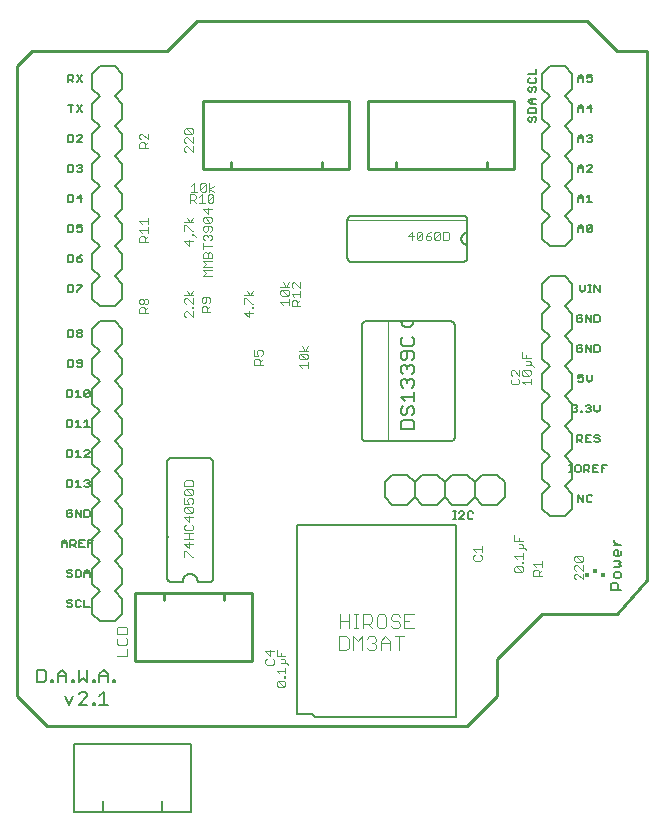
<source format=gto>
G75*
%MOIN*%
%OFA0B0*%
%FSLAX25Y25*%
%IPPOS*%
%LPD*%
%AMOC8*
5,1,8,0,0,1.08239X$1,22.5*
%
%ADD10C,0.01000*%
%ADD11C,0.00600*%
%ADD12C,0.00800*%
%ADD13C,0.00300*%
%ADD14C,0.00200*%
%ADD15C,0.00500*%
%ADD16R,0.01280X0.01673*%
%ADD17R,0.01378X0.01378*%
%ADD18C,0.00400*%
D10*
X0015000Y0062524D02*
X0005000Y0072524D01*
X0005000Y0282524D01*
X0010000Y0287524D01*
X0055000Y0287524D01*
X0065000Y0297524D01*
X0195000Y0297524D01*
X0205000Y0287524D01*
X0215000Y0287524D01*
X0215000Y0111274D01*
X0205000Y0100024D01*
X0180000Y0100024D01*
X0165000Y0085024D01*
X0165000Y0072524D01*
X0155000Y0062524D01*
X0015000Y0062524D01*
X0044262Y0084167D02*
X0083238Y0084167D01*
X0083238Y0106805D01*
X0044262Y0106805D01*
X0044262Y0084167D01*
X0053907Y0104610D02*
X0053907Y0106579D01*
X0055000Y0125524D02*
X0055000Y0125774D01*
X0073986Y0106579D02*
X0073986Y0104610D01*
X0066841Y0248242D02*
X0115659Y0248242D01*
X0115659Y0270880D01*
X0066841Y0270880D01*
X0066841Y0248242D01*
X0076289Y0248469D02*
X0076289Y0250437D01*
X0106604Y0250437D02*
X0106604Y0248469D01*
X0121841Y0248242D02*
X0121841Y0270880D01*
X0170659Y0270880D01*
X0170659Y0248242D01*
X0121841Y0248242D01*
X0131289Y0248469D02*
X0131289Y0250437D01*
X0161604Y0250437D02*
X0161604Y0248469D01*
D11*
X0153500Y0232724D02*
X0116500Y0232724D01*
X0116424Y0232722D01*
X0116348Y0232716D01*
X0116273Y0232707D01*
X0116198Y0232693D01*
X0116124Y0232676D01*
X0116051Y0232655D01*
X0115979Y0232631D01*
X0115908Y0232602D01*
X0115839Y0232571D01*
X0115772Y0232536D01*
X0115707Y0232497D01*
X0115643Y0232455D01*
X0115582Y0232410D01*
X0115523Y0232362D01*
X0115467Y0232311D01*
X0115413Y0232257D01*
X0115362Y0232201D01*
X0115314Y0232142D01*
X0115269Y0232081D01*
X0115227Y0232017D01*
X0115188Y0231952D01*
X0115153Y0231885D01*
X0115122Y0231816D01*
X0115093Y0231745D01*
X0115069Y0231673D01*
X0115048Y0231600D01*
X0115031Y0231526D01*
X0115017Y0231451D01*
X0115008Y0231376D01*
X0115002Y0231300D01*
X0115000Y0231224D01*
X0115000Y0218824D01*
X0115002Y0218748D01*
X0115008Y0218672D01*
X0115017Y0218597D01*
X0115031Y0218522D01*
X0115048Y0218448D01*
X0115069Y0218375D01*
X0115093Y0218303D01*
X0115122Y0218232D01*
X0115153Y0218163D01*
X0115188Y0218096D01*
X0115227Y0218031D01*
X0115269Y0217967D01*
X0115314Y0217906D01*
X0115362Y0217847D01*
X0115413Y0217791D01*
X0115467Y0217737D01*
X0115523Y0217686D01*
X0115582Y0217638D01*
X0115643Y0217593D01*
X0115707Y0217551D01*
X0115772Y0217512D01*
X0115839Y0217477D01*
X0115908Y0217446D01*
X0115979Y0217417D01*
X0116051Y0217393D01*
X0116124Y0217372D01*
X0116198Y0217355D01*
X0116273Y0217341D01*
X0116348Y0217332D01*
X0116424Y0217326D01*
X0116500Y0217324D01*
X0153500Y0217324D01*
X0153576Y0217326D01*
X0153652Y0217332D01*
X0153727Y0217341D01*
X0153802Y0217355D01*
X0153876Y0217372D01*
X0153949Y0217393D01*
X0154021Y0217417D01*
X0154092Y0217446D01*
X0154161Y0217477D01*
X0154228Y0217512D01*
X0154293Y0217551D01*
X0154357Y0217593D01*
X0154418Y0217638D01*
X0154477Y0217686D01*
X0154533Y0217737D01*
X0154587Y0217791D01*
X0154638Y0217847D01*
X0154686Y0217906D01*
X0154731Y0217967D01*
X0154773Y0218031D01*
X0154812Y0218096D01*
X0154847Y0218163D01*
X0154878Y0218232D01*
X0154907Y0218303D01*
X0154931Y0218375D01*
X0154952Y0218448D01*
X0154969Y0218522D01*
X0154983Y0218597D01*
X0154992Y0218672D01*
X0154998Y0218748D01*
X0155000Y0218824D01*
X0155000Y0223024D01*
X0155000Y0227024D01*
X0155000Y0231224D01*
X0154998Y0231300D01*
X0154992Y0231376D01*
X0154983Y0231451D01*
X0154969Y0231526D01*
X0154952Y0231600D01*
X0154931Y0231673D01*
X0154907Y0231745D01*
X0154878Y0231816D01*
X0154847Y0231885D01*
X0154812Y0231952D01*
X0154773Y0232017D01*
X0154731Y0232081D01*
X0154686Y0232142D01*
X0154638Y0232201D01*
X0154587Y0232257D01*
X0154533Y0232311D01*
X0154477Y0232362D01*
X0154418Y0232410D01*
X0154357Y0232455D01*
X0154293Y0232497D01*
X0154228Y0232536D01*
X0154161Y0232571D01*
X0154092Y0232602D01*
X0154021Y0232631D01*
X0153949Y0232655D01*
X0153876Y0232676D01*
X0153802Y0232693D01*
X0153727Y0232707D01*
X0153652Y0232716D01*
X0153576Y0232722D01*
X0153500Y0232724D01*
X0155000Y0227024D02*
X0154912Y0227022D01*
X0154823Y0227016D01*
X0154735Y0227006D01*
X0154648Y0226993D01*
X0154561Y0226975D01*
X0154475Y0226954D01*
X0154390Y0226929D01*
X0154307Y0226900D01*
X0154224Y0226867D01*
X0154144Y0226831D01*
X0154065Y0226792D01*
X0153987Y0226749D01*
X0153912Y0226702D01*
X0153839Y0226652D01*
X0153768Y0226599D01*
X0153699Y0226543D01*
X0153633Y0226484D01*
X0153570Y0226422D01*
X0153510Y0226358D01*
X0153452Y0226291D01*
X0153398Y0226221D01*
X0153346Y0226149D01*
X0153298Y0226075D01*
X0153253Y0225998D01*
X0153212Y0225920D01*
X0153174Y0225840D01*
X0153140Y0225759D01*
X0153109Y0225676D01*
X0153082Y0225591D01*
X0153059Y0225506D01*
X0153040Y0225420D01*
X0153024Y0225332D01*
X0153012Y0225245D01*
X0153004Y0225157D01*
X0153000Y0225068D01*
X0153000Y0224980D01*
X0153004Y0224891D01*
X0153012Y0224803D01*
X0153024Y0224716D01*
X0153040Y0224628D01*
X0153059Y0224542D01*
X0153082Y0224457D01*
X0153109Y0224372D01*
X0153140Y0224289D01*
X0153174Y0224208D01*
X0153212Y0224128D01*
X0153253Y0224050D01*
X0153298Y0223973D01*
X0153346Y0223899D01*
X0153398Y0223827D01*
X0153452Y0223757D01*
X0153510Y0223690D01*
X0153570Y0223626D01*
X0153633Y0223564D01*
X0153699Y0223505D01*
X0153768Y0223449D01*
X0153839Y0223396D01*
X0153912Y0223346D01*
X0153987Y0223299D01*
X0154065Y0223256D01*
X0154144Y0223217D01*
X0154224Y0223181D01*
X0154307Y0223148D01*
X0154390Y0223119D01*
X0154475Y0223094D01*
X0154561Y0223073D01*
X0154648Y0223055D01*
X0154735Y0223042D01*
X0154823Y0223032D01*
X0154912Y0223026D01*
X0155000Y0223024D01*
X0149325Y0197524D02*
X0137000Y0197524D01*
X0133000Y0197524D01*
X0121300Y0197524D01*
X0121224Y0197522D01*
X0121148Y0197516D01*
X0121073Y0197507D01*
X0120998Y0197493D01*
X0120924Y0197476D01*
X0120851Y0197455D01*
X0120779Y0197431D01*
X0120708Y0197402D01*
X0120639Y0197371D01*
X0120572Y0197336D01*
X0120507Y0197297D01*
X0120443Y0197255D01*
X0120382Y0197210D01*
X0120323Y0197162D01*
X0120267Y0197111D01*
X0120213Y0197057D01*
X0120162Y0197001D01*
X0120114Y0196942D01*
X0120069Y0196881D01*
X0120027Y0196817D01*
X0119988Y0196752D01*
X0119953Y0196685D01*
X0119922Y0196616D01*
X0119893Y0196545D01*
X0119869Y0196473D01*
X0119848Y0196400D01*
X0119831Y0196326D01*
X0119817Y0196251D01*
X0119808Y0196176D01*
X0119802Y0196100D01*
X0119800Y0196024D01*
X0119800Y0159024D01*
X0119802Y0158948D01*
X0119808Y0158872D01*
X0119817Y0158797D01*
X0119831Y0158722D01*
X0119848Y0158648D01*
X0119869Y0158575D01*
X0119893Y0158503D01*
X0119922Y0158432D01*
X0119953Y0158363D01*
X0119988Y0158296D01*
X0120027Y0158231D01*
X0120069Y0158167D01*
X0120114Y0158106D01*
X0120162Y0158047D01*
X0120213Y0157991D01*
X0120267Y0157937D01*
X0120323Y0157886D01*
X0120382Y0157838D01*
X0120443Y0157793D01*
X0120507Y0157751D01*
X0120572Y0157712D01*
X0120639Y0157677D01*
X0120708Y0157646D01*
X0120779Y0157617D01*
X0120851Y0157593D01*
X0120924Y0157572D01*
X0120998Y0157555D01*
X0121073Y0157541D01*
X0121148Y0157532D01*
X0121224Y0157526D01*
X0121300Y0157524D01*
X0149325Y0157524D01*
X0149401Y0157526D01*
X0149477Y0157532D01*
X0149552Y0157541D01*
X0149627Y0157555D01*
X0149701Y0157572D01*
X0149774Y0157593D01*
X0149846Y0157617D01*
X0149917Y0157646D01*
X0149986Y0157677D01*
X0150053Y0157712D01*
X0150118Y0157751D01*
X0150182Y0157793D01*
X0150243Y0157838D01*
X0150302Y0157886D01*
X0150358Y0157937D01*
X0150412Y0157991D01*
X0150463Y0158047D01*
X0150511Y0158106D01*
X0150556Y0158167D01*
X0150598Y0158231D01*
X0150637Y0158296D01*
X0150672Y0158363D01*
X0150703Y0158432D01*
X0150732Y0158503D01*
X0150756Y0158575D01*
X0150777Y0158648D01*
X0150794Y0158722D01*
X0150808Y0158797D01*
X0150817Y0158872D01*
X0150823Y0158948D01*
X0150825Y0159024D01*
X0150825Y0196024D01*
X0150823Y0196100D01*
X0150817Y0196176D01*
X0150808Y0196251D01*
X0150794Y0196326D01*
X0150777Y0196400D01*
X0150756Y0196473D01*
X0150732Y0196545D01*
X0150703Y0196616D01*
X0150672Y0196685D01*
X0150637Y0196752D01*
X0150598Y0196817D01*
X0150556Y0196881D01*
X0150511Y0196942D01*
X0150463Y0197001D01*
X0150412Y0197057D01*
X0150358Y0197111D01*
X0150302Y0197162D01*
X0150243Y0197210D01*
X0150182Y0197255D01*
X0150118Y0197297D01*
X0150053Y0197336D01*
X0149986Y0197371D01*
X0149917Y0197402D01*
X0149846Y0197431D01*
X0149774Y0197455D01*
X0149701Y0197476D01*
X0149627Y0197493D01*
X0149552Y0197507D01*
X0149477Y0197516D01*
X0149401Y0197522D01*
X0149325Y0197524D01*
X0137000Y0197524D02*
X0136998Y0197436D01*
X0136992Y0197347D01*
X0136982Y0197259D01*
X0136969Y0197172D01*
X0136951Y0197085D01*
X0136930Y0196999D01*
X0136905Y0196914D01*
X0136876Y0196831D01*
X0136843Y0196748D01*
X0136807Y0196668D01*
X0136768Y0196589D01*
X0136725Y0196511D01*
X0136678Y0196436D01*
X0136628Y0196363D01*
X0136575Y0196292D01*
X0136519Y0196223D01*
X0136460Y0196157D01*
X0136398Y0196094D01*
X0136334Y0196034D01*
X0136267Y0195976D01*
X0136197Y0195922D01*
X0136125Y0195870D01*
X0136051Y0195822D01*
X0135974Y0195777D01*
X0135896Y0195736D01*
X0135816Y0195698D01*
X0135735Y0195664D01*
X0135652Y0195633D01*
X0135567Y0195606D01*
X0135482Y0195583D01*
X0135396Y0195564D01*
X0135308Y0195548D01*
X0135221Y0195536D01*
X0135133Y0195528D01*
X0135044Y0195524D01*
X0134956Y0195524D01*
X0134867Y0195528D01*
X0134779Y0195536D01*
X0134692Y0195548D01*
X0134604Y0195564D01*
X0134518Y0195583D01*
X0134433Y0195606D01*
X0134348Y0195633D01*
X0134265Y0195664D01*
X0134184Y0195698D01*
X0134104Y0195736D01*
X0134026Y0195777D01*
X0133949Y0195822D01*
X0133875Y0195870D01*
X0133803Y0195922D01*
X0133733Y0195976D01*
X0133666Y0196034D01*
X0133602Y0196094D01*
X0133540Y0196157D01*
X0133481Y0196223D01*
X0133425Y0196292D01*
X0133372Y0196363D01*
X0133322Y0196436D01*
X0133275Y0196511D01*
X0133232Y0196589D01*
X0133193Y0196668D01*
X0133157Y0196748D01*
X0133124Y0196831D01*
X0133095Y0196914D01*
X0133070Y0196999D01*
X0133049Y0197085D01*
X0133031Y0197172D01*
X0133018Y0197259D01*
X0133008Y0197347D01*
X0133002Y0197436D01*
X0133000Y0197524D01*
X0135000Y0146274D02*
X0130000Y0146274D01*
X0127500Y0143774D01*
X0127500Y0138774D01*
X0130000Y0136274D01*
X0135000Y0136274D01*
X0137500Y0138774D01*
X0140000Y0136274D01*
X0145000Y0136274D01*
X0147500Y0138774D01*
X0147500Y0143774D01*
X0145000Y0146274D01*
X0140000Y0146274D01*
X0137500Y0143774D01*
X0137500Y0138774D01*
X0137500Y0143774D02*
X0135000Y0146274D01*
X0147500Y0143774D02*
X0150000Y0146274D01*
X0155000Y0146274D01*
X0157500Y0143774D01*
X0160000Y0146274D01*
X0165000Y0146274D01*
X0167500Y0143774D01*
X0167500Y0138774D01*
X0165000Y0136274D01*
X0160000Y0136274D01*
X0157500Y0138774D01*
X0155000Y0136274D01*
X0150000Y0136274D01*
X0147500Y0138774D01*
X0150300Y0134176D02*
X0151167Y0134176D01*
X0150734Y0134176D02*
X0150734Y0131574D01*
X0151167Y0131574D02*
X0150300Y0131574D01*
X0152264Y0131574D02*
X0153999Y0133308D01*
X0153999Y0133742D01*
X0153565Y0134176D01*
X0152698Y0134176D01*
X0152264Y0133742D01*
X0152264Y0131574D02*
X0153999Y0131574D01*
X0155211Y0132007D02*
X0155645Y0131574D01*
X0156512Y0131574D01*
X0156946Y0132007D01*
X0156946Y0133742D02*
X0156512Y0134176D01*
X0155645Y0134176D01*
X0155211Y0133742D01*
X0155211Y0132007D01*
X0157500Y0138774D02*
X0157500Y0143774D01*
X0189050Y0147124D02*
X0189917Y0147124D01*
X0189483Y0147124D02*
X0189483Y0149726D01*
X0189050Y0149726D02*
X0189917Y0149726D01*
X0191014Y0149292D02*
X0191014Y0147557D01*
X0191448Y0147124D01*
X0192315Y0147124D01*
X0192749Y0147557D01*
X0192749Y0149292D01*
X0192315Y0149726D01*
X0191448Y0149726D01*
X0191014Y0149292D01*
X0193960Y0149726D02*
X0195262Y0149726D01*
X0195695Y0149292D01*
X0195695Y0148425D01*
X0195262Y0147991D01*
X0193960Y0147991D01*
X0193960Y0147124D02*
X0193960Y0149726D01*
X0194828Y0147991D02*
X0195695Y0147124D01*
X0196907Y0147124D02*
X0198642Y0147124D01*
X0199853Y0147124D02*
X0199853Y0149726D01*
X0201588Y0149726D01*
X0200721Y0148425D02*
X0199853Y0148425D01*
X0198642Y0149726D02*
X0196907Y0149726D01*
X0196907Y0147124D01*
X0196907Y0148425D02*
X0197774Y0148425D01*
X0197787Y0157124D02*
X0197353Y0157557D01*
X0197787Y0157124D02*
X0198655Y0157124D01*
X0199088Y0157557D01*
X0199088Y0157991D01*
X0198655Y0158425D01*
X0197787Y0158425D01*
X0197353Y0158858D01*
X0197353Y0159292D01*
X0197787Y0159726D01*
X0198655Y0159726D01*
X0199088Y0159292D01*
X0196142Y0159726D02*
X0194407Y0159726D01*
X0194407Y0157124D01*
X0196142Y0157124D01*
X0195274Y0158425D02*
X0194407Y0158425D01*
X0193195Y0158425D02*
X0192762Y0157991D01*
X0191460Y0157991D01*
X0191460Y0157124D02*
X0191460Y0159726D01*
X0192762Y0159726D01*
X0193195Y0159292D01*
X0193195Y0158425D01*
X0192328Y0157991D02*
X0193195Y0157124D01*
X0193367Y0167124D02*
X0192934Y0167124D01*
X0192934Y0167557D01*
X0193367Y0167557D01*
X0193367Y0167124D01*
X0194407Y0167557D02*
X0194841Y0167124D01*
X0195708Y0167124D01*
X0196142Y0167557D01*
X0196142Y0167991D01*
X0195708Y0168425D01*
X0195274Y0168425D01*
X0195708Y0168425D02*
X0196142Y0168858D01*
X0196142Y0169292D01*
X0195708Y0169726D01*
X0194841Y0169726D01*
X0194407Y0169292D01*
X0191722Y0169292D02*
X0191722Y0168858D01*
X0191288Y0168425D01*
X0191722Y0167991D01*
X0191722Y0167557D01*
X0191288Y0167124D01*
X0190421Y0167124D01*
X0189987Y0167557D01*
X0190855Y0168425D02*
X0191288Y0168425D01*
X0191722Y0169292D02*
X0191288Y0169726D01*
X0190421Y0169726D01*
X0189987Y0169292D01*
X0192341Y0177124D02*
X0191907Y0177557D01*
X0192341Y0177124D02*
X0193208Y0177124D01*
X0193642Y0177557D01*
X0193642Y0178425D01*
X0193208Y0178858D01*
X0192774Y0178858D01*
X0191907Y0178425D01*
X0191907Y0179726D01*
X0193642Y0179726D01*
X0194853Y0179726D02*
X0194853Y0177991D01*
X0195721Y0177124D01*
X0196588Y0177991D01*
X0196588Y0179726D01*
X0196142Y0187124D02*
X0196142Y0189726D01*
X0197353Y0189726D02*
X0197353Y0187124D01*
X0198655Y0187124D01*
X0199088Y0187557D01*
X0199088Y0189292D01*
X0198655Y0189726D01*
X0197353Y0189726D01*
X0196142Y0187124D02*
X0194407Y0189726D01*
X0194407Y0187124D01*
X0193195Y0187557D02*
X0193195Y0188425D01*
X0192328Y0188425D01*
X0193195Y0189292D02*
X0192762Y0189726D01*
X0191894Y0189726D01*
X0191460Y0189292D01*
X0191460Y0187557D01*
X0191894Y0187124D01*
X0192762Y0187124D01*
X0193195Y0187557D01*
X0192762Y0197124D02*
X0191894Y0197124D01*
X0191460Y0197557D01*
X0191460Y0199292D01*
X0191894Y0199726D01*
X0192762Y0199726D01*
X0193195Y0199292D01*
X0193195Y0198425D02*
X0192328Y0198425D01*
X0193195Y0198425D02*
X0193195Y0197557D01*
X0192762Y0197124D01*
X0194407Y0197124D02*
X0194407Y0199726D01*
X0196142Y0197124D01*
X0196142Y0199726D01*
X0197353Y0199726D02*
X0197353Y0197124D01*
X0198655Y0197124D01*
X0199088Y0197557D01*
X0199088Y0199292D01*
X0198655Y0199726D01*
X0197353Y0199726D01*
X0197353Y0207124D02*
X0197353Y0209726D01*
X0199088Y0207124D01*
X0199088Y0209726D01*
X0196257Y0209726D02*
X0195389Y0209726D01*
X0195823Y0209726D02*
X0195823Y0207124D01*
X0195389Y0207124D02*
X0196257Y0207124D01*
X0194177Y0207991D02*
X0194177Y0209726D01*
X0192443Y0209726D02*
X0192443Y0207991D01*
X0193310Y0207124D01*
X0194177Y0207991D01*
X0193642Y0227124D02*
X0193642Y0228858D01*
X0192774Y0229726D01*
X0191907Y0228858D01*
X0191907Y0227124D01*
X0191907Y0228425D02*
X0193642Y0228425D01*
X0194853Y0229292D02*
X0195287Y0229726D01*
X0196155Y0229726D01*
X0196588Y0229292D01*
X0194853Y0227557D01*
X0195287Y0227124D01*
X0196155Y0227124D01*
X0196588Y0227557D01*
X0196588Y0229292D01*
X0194853Y0229292D02*
X0194853Y0227557D01*
X0194853Y0237124D02*
X0196588Y0237124D01*
X0195721Y0237124D02*
X0195721Y0239726D01*
X0194853Y0238858D01*
X0193642Y0238858D02*
X0192774Y0239726D01*
X0191907Y0238858D01*
X0191907Y0237124D01*
X0191907Y0238425D02*
X0193642Y0238425D01*
X0193642Y0238858D02*
X0193642Y0237124D01*
X0193642Y0247124D02*
X0193642Y0248858D01*
X0192774Y0249726D01*
X0191907Y0248858D01*
X0191907Y0247124D01*
X0191907Y0248425D02*
X0193642Y0248425D01*
X0194853Y0249292D02*
X0195287Y0249726D01*
X0196155Y0249726D01*
X0196588Y0249292D01*
X0196588Y0248858D01*
X0194853Y0247124D01*
X0196588Y0247124D01*
X0196155Y0257124D02*
X0195287Y0257124D01*
X0194853Y0257557D01*
X0195721Y0258425D02*
X0196155Y0258425D01*
X0196588Y0257991D01*
X0196588Y0257557D01*
X0196155Y0257124D01*
X0196155Y0258425D02*
X0196588Y0258858D01*
X0196588Y0259292D01*
X0196155Y0259726D01*
X0195287Y0259726D01*
X0194853Y0259292D01*
X0193642Y0258858D02*
X0193642Y0257124D01*
X0193642Y0258425D02*
X0191907Y0258425D01*
X0191907Y0258858D02*
X0192774Y0259726D01*
X0193642Y0258858D01*
X0191907Y0258858D02*
X0191907Y0257124D01*
X0191907Y0267124D02*
X0191907Y0268858D01*
X0192774Y0269726D01*
X0193642Y0268858D01*
X0193642Y0267124D01*
X0193642Y0268425D02*
X0191907Y0268425D01*
X0194853Y0268425D02*
X0196588Y0268425D01*
X0196155Y0269726D02*
X0194853Y0268425D01*
X0196155Y0267124D02*
X0196155Y0269726D01*
X0196155Y0277124D02*
X0195287Y0277124D01*
X0194853Y0277557D01*
X0194853Y0278425D02*
X0195721Y0278858D01*
X0196155Y0278858D01*
X0196588Y0278425D01*
X0196588Y0277557D01*
X0196155Y0277124D01*
X0194853Y0278425D02*
X0194853Y0279726D01*
X0196588Y0279726D01*
X0193642Y0278858D02*
X0193642Y0277124D01*
X0193642Y0278425D02*
X0191907Y0278425D01*
X0191907Y0278858D02*
X0192774Y0279726D01*
X0193642Y0278858D01*
X0191907Y0278858D02*
X0191907Y0277124D01*
X0177900Y0277364D02*
X0177900Y0278232D01*
X0177466Y0278665D01*
X0177900Y0279877D02*
X0177900Y0281612D01*
X0177900Y0279877D02*
X0175298Y0279877D01*
X0175731Y0278665D02*
X0175298Y0278232D01*
X0175298Y0277364D01*
X0175731Y0276931D01*
X0177466Y0276931D01*
X0177900Y0277364D01*
X0177466Y0275719D02*
X0177900Y0275285D01*
X0177900Y0274418D01*
X0177466Y0273984D01*
X0176599Y0274418D02*
X0176599Y0275285D01*
X0177033Y0275719D01*
X0177466Y0275719D01*
X0176599Y0274418D02*
X0176165Y0273984D01*
X0175731Y0273984D01*
X0175298Y0274418D01*
X0175298Y0275285D01*
X0175731Y0275719D01*
X0176165Y0271612D02*
X0175298Y0270745D01*
X0176165Y0269877D01*
X0177900Y0269877D01*
X0177466Y0268665D02*
X0175731Y0268665D01*
X0175298Y0268232D01*
X0175298Y0266931D01*
X0177900Y0266931D01*
X0177900Y0268232D01*
X0177466Y0268665D01*
X0176599Y0269877D02*
X0176599Y0271612D01*
X0176165Y0271612D02*
X0177900Y0271612D01*
X0177466Y0265719D02*
X0177900Y0265285D01*
X0177900Y0264418D01*
X0177466Y0263984D01*
X0176599Y0264418D02*
X0176599Y0265285D01*
X0177033Y0265719D01*
X0177466Y0265719D01*
X0176599Y0264418D02*
X0176165Y0263984D01*
X0175731Y0263984D01*
X0175298Y0264418D01*
X0175298Y0265285D01*
X0175731Y0265719D01*
X0197353Y0169726D02*
X0197353Y0167991D01*
X0198221Y0167124D01*
X0199088Y0167991D01*
X0199088Y0169726D01*
X0196155Y0139726D02*
X0195287Y0139726D01*
X0194853Y0139292D01*
X0194853Y0137557D01*
X0195287Y0137124D01*
X0196155Y0137124D01*
X0196588Y0137557D01*
X0196588Y0139292D02*
X0196155Y0139726D01*
X0193642Y0139726D02*
X0193642Y0137124D01*
X0191907Y0139726D01*
X0191907Y0137124D01*
X0203931Y0124508D02*
X0203931Y0123941D01*
X0205066Y0122806D01*
X0206200Y0122806D02*
X0203931Y0122806D01*
X0204499Y0121392D02*
X0205066Y0121392D01*
X0205066Y0119123D01*
X0205633Y0119123D02*
X0204499Y0119123D01*
X0203931Y0119690D01*
X0203931Y0120825D01*
X0204499Y0121392D01*
X0206200Y0120825D02*
X0206200Y0119690D01*
X0205633Y0119123D01*
X0205633Y0117709D02*
X0203931Y0117709D01*
X0205633Y0117709D02*
X0206200Y0117141D01*
X0205633Y0116574D01*
X0206200Y0116007D01*
X0205633Y0115440D01*
X0203931Y0115440D01*
X0204499Y0114025D02*
X0203931Y0113458D01*
X0203931Y0112324D01*
X0204499Y0111757D01*
X0205633Y0111757D01*
X0206200Y0112324D01*
X0206200Y0113458D01*
X0205633Y0114025D01*
X0204499Y0114025D01*
X0204499Y0110342D02*
X0203364Y0110342D01*
X0202797Y0109775D01*
X0202797Y0108074D01*
X0206200Y0108074D01*
X0205066Y0108074D02*
X0205066Y0109775D01*
X0204499Y0110342D01*
X0030338Y0124726D02*
X0028603Y0124726D01*
X0028603Y0122124D01*
X0027392Y0122124D02*
X0025657Y0122124D01*
X0025657Y0124726D01*
X0027392Y0124726D01*
X0026524Y0123425D02*
X0025657Y0123425D01*
X0024445Y0123425D02*
X0024012Y0122991D01*
X0022710Y0122991D01*
X0022710Y0122124D02*
X0022710Y0124726D01*
X0024012Y0124726D01*
X0024445Y0124292D01*
X0024445Y0123425D01*
X0023578Y0122991D02*
X0024445Y0122124D01*
X0021499Y0122124D02*
X0021499Y0123858D01*
X0020631Y0124726D01*
X0019764Y0123858D01*
X0019764Y0122124D01*
X0019764Y0123425D02*
X0021499Y0123425D01*
X0021894Y0132124D02*
X0021460Y0132557D01*
X0021460Y0134292D01*
X0021894Y0134726D01*
X0022762Y0134726D01*
X0023195Y0134292D01*
X0023195Y0133425D02*
X0022328Y0133425D01*
X0023195Y0133425D02*
X0023195Y0132557D01*
X0022762Y0132124D01*
X0021894Y0132124D01*
X0024407Y0132124D02*
X0024407Y0134726D01*
X0026142Y0132124D01*
X0026142Y0134726D01*
X0027353Y0134726D02*
X0028655Y0134726D01*
X0029088Y0134292D01*
X0029088Y0132557D01*
X0028655Y0132124D01*
X0027353Y0132124D01*
X0027353Y0134726D01*
X0027787Y0142124D02*
X0027353Y0142557D01*
X0027787Y0142124D02*
X0028655Y0142124D01*
X0029088Y0142557D01*
X0029088Y0142991D01*
X0028655Y0143425D01*
X0028221Y0143425D01*
X0028655Y0143425D02*
X0029088Y0143858D01*
X0029088Y0144292D01*
X0028655Y0144726D01*
X0027787Y0144726D01*
X0027353Y0144292D01*
X0025274Y0144726D02*
X0025274Y0142124D01*
X0024407Y0142124D02*
X0026142Y0142124D01*
X0024407Y0143858D02*
X0025274Y0144726D01*
X0023195Y0144292D02*
X0023195Y0142557D01*
X0022762Y0142124D01*
X0021460Y0142124D01*
X0021460Y0144726D01*
X0022762Y0144726D01*
X0023195Y0144292D01*
X0022762Y0152124D02*
X0021460Y0152124D01*
X0021460Y0154726D01*
X0022762Y0154726D01*
X0023195Y0154292D01*
X0023195Y0152557D01*
X0022762Y0152124D01*
X0024407Y0152124D02*
X0026142Y0152124D01*
X0025274Y0152124D02*
X0025274Y0154726D01*
X0024407Y0153858D01*
X0027353Y0154292D02*
X0027787Y0154726D01*
X0028655Y0154726D01*
X0029088Y0154292D01*
X0029088Y0153858D01*
X0027353Y0152124D01*
X0029088Y0152124D01*
X0029088Y0162124D02*
X0027353Y0162124D01*
X0028221Y0162124D02*
X0028221Y0164726D01*
X0027353Y0163858D01*
X0026142Y0162124D02*
X0024407Y0162124D01*
X0025274Y0162124D02*
X0025274Y0164726D01*
X0024407Y0163858D01*
X0023195Y0164292D02*
X0022762Y0164726D01*
X0021460Y0164726D01*
X0021460Y0162124D01*
X0022762Y0162124D01*
X0023195Y0162557D01*
X0023195Y0164292D01*
X0022762Y0172124D02*
X0021460Y0172124D01*
X0021460Y0174726D01*
X0022762Y0174726D01*
X0023195Y0174292D01*
X0023195Y0172557D01*
X0022762Y0172124D01*
X0024407Y0172124D02*
X0026142Y0172124D01*
X0025274Y0172124D02*
X0025274Y0174726D01*
X0024407Y0173858D01*
X0027353Y0174292D02*
X0027353Y0172557D01*
X0029088Y0174292D01*
X0029088Y0172557D01*
X0028655Y0172124D01*
X0027787Y0172124D01*
X0027353Y0172557D01*
X0027353Y0174292D02*
X0027787Y0174726D01*
X0028655Y0174726D01*
X0029088Y0174292D01*
X0026155Y0182124D02*
X0025287Y0182124D01*
X0024853Y0182557D01*
X0025287Y0183425D02*
X0026588Y0183425D01*
X0026588Y0184292D02*
X0026155Y0184726D01*
X0025287Y0184726D01*
X0024853Y0184292D01*
X0024853Y0183858D01*
X0025287Y0183425D01*
X0026588Y0182557D02*
X0026588Y0184292D01*
X0026588Y0182557D02*
X0026155Y0182124D01*
X0023642Y0182557D02*
X0023208Y0182124D01*
X0021907Y0182124D01*
X0021907Y0184726D01*
X0023208Y0184726D01*
X0023642Y0184292D01*
X0023642Y0182557D01*
X0023208Y0192124D02*
X0023642Y0192557D01*
X0023642Y0194292D01*
X0023208Y0194726D01*
X0021907Y0194726D01*
X0021907Y0192124D01*
X0023208Y0192124D01*
X0024853Y0192557D02*
X0024853Y0192991D01*
X0025287Y0193425D01*
X0026155Y0193425D01*
X0026588Y0192991D01*
X0026588Y0192557D01*
X0026155Y0192124D01*
X0025287Y0192124D01*
X0024853Y0192557D01*
X0025287Y0193425D02*
X0024853Y0193858D01*
X0024853Y0194292D01*
X0025287Y0194726D01*
X0026155Y0194726D01*
X0026588Y0194292D01*
X0026588Y0193858D01*
X0026155Y0193425D01*
X0024853Y0207124D02*
X0024853Y0207557D01*
X0026588Y0209292D01*
X0026588Y0209726D01*
X0024853Y0209726D01*
X0023642Y0209292D02*
X0023208Y0209726D01*
X0021907Y0209726D01*
X0021907Y0207124D01*
X0023208Y0207124D01*
X0023642Y0207557D01*
X0023642Y0209292D01*
X0023208Y0217124D02*
X0023642Y0217557D01*
X0023642Y0219292D01*
X0023208Y0219726D01*
X0021907Y0219726D01*
X0021907Y0217124D01*
X0023208Y0217124D01*
X0024853Y0217557D02*
X0024853Y0218425D01*
X0026155Y0218425D01*
X0026588Y0217991D01*
X0026588Y0217557D01*
X0026155Y0217124D01*
X0025287Y0217124D01*
X0024853Y0217557D01*
X0024853Y0218425D02*
X0025721Y0219292D01*
X0026588Y0219726D01*
X0026155Y0227124D02*
X0025287Y0227124D01*
X0024853Y0227557D01*
X0024853Y0228425D02*
X0025721Y0228858D01*
X0026155Y0228858D01*
X0026588Y0228425D01*
X0026588Y0227557D01*
X0026155Y0227124D01*
X0024853Y0228425D02*
X0024853Y0229726D01*
X0026588Y0229726D01*
X0023642Y0229292D02*
X0023208Y0229726D01*
X0021907Y0229726D01*
X0021907Y0227124D01*
X0023208Y0227124D01*
X0023642Y0227557D01*
X0023642Y0229292D01*
X0023208Y0237124D02*
X0023642Y0237557D01*
X0023642Y0239292D01*
X0023208Y0239726D01*
X0021907Y0239726D01*
X0021907Y0237124D01*
X0023208Y0237124D01*
X0024853Y0238425D02*
X0026588Y0238425D01*
X0026155Y0237124D02*
X0026155Y0239726D01*
X0024853Y0238425D01*
X0025287Y0247124D02*
X0024853Y0247557D01*
X0025287Y0247124D02*
X0026155Y0247124D01*
X0026588Y0247557D01*
X0026588Y0247991D01*
X0026155Y0248425D01*
X0025721Y0248425D01*
X0026155Y0248425D02*
X0026588Y0248858D01*
X0026588Y0249292D01*
X0026155Y0249726D01*
X0025287Y0249726D01*
X0024853Y0249292D01*
X0023642Y0249292D02*
X0023642Y0247557D01*
X0023208Y0247124D01*
X0021907Y0247124D01*
X0021907Y0249726D01*
X0023208Y0249726D01*
X0023642Y0249292D01*
X0023208Y0257124D02*
X0023642Y0257557D01*
X0023642Y0259292D01*
X0023208Y0259726D01*
X0021907Y0259726D01*
X0021907Y0257124D01*
X0023208Y0257124D01*
X0024853Y0257124D02*
X0026588Y0258858D01*
X0026588Y0259292D01*
X0026155Y0259726D01*
X0025287Y0259726D01*
X0024853Y0259292D01*
X0024853Y0257124D02*
X0026588Y0257124D01*
X0026588Y0267124D02*
X0024853Y0269726D01*
X0023642Y0269726D02*
X0021907Y0269726D01*
X0022774Y0269726D02*
X0022774Y0267124D01*
X0024853Y0267124D02*
X0026588Y0269726D01*
X0026588Y0277124D02*
X0024853Y0279726D01*
X0023642Y0279292D02*
X0023642Y0278425D01*
X0023208Y0277991D01*
X0021907Y0277991D01*
X0022774Y0277991D02*
X0023642Y0277124D01*
X0024853Y0277124D02*
X0026588Y0279726D01*
X0023642Y0279292D02*
X0023208Y0279726D01*
X0021907Y0279726D01*
X0021907Y0277124D01*
X0028603Y0123425D02*
X0029471Y0123425D01*
X0028221Y0114726D02*
X0027353Y0113858D01*
X0027353Y0112124D01*
X0026142Y0112557D02*
X0026142Y0114292D01*
X0025708Y0114726D01*
X0024407Y0114726D01*
X0024407Y0112124D01*
X0025708Y0112124D01*
X0026142Y0112557D01*
X0027353Y0113425D02*
X0029088Y0113425D01*
X0029088Y0113858D02*
X0029088Y0112124D01*
X0029088Y0113858D02*
X0028221Y0114726D01*
X0023195Y0114292D02*
X0022762Y0114726D01*
X0021894Y0114726D01*
X0021460Y0114292D01*
X0021460Y0113858D01*
X0021894Y0113425D01*
X0022762Y0113425D01*
X0023195Y0112991D01*
X0023195Y0112557D01*
X0022762Y0112124D01*
X0021894Y0112124D01*
X0021460Y0112557D01*
X0021894Y0104726D02*
X0021460Y0104292D01*
X0021460Y0103858D01*
X0021894Y0103425D01*
X0022762Y0103425D01*
X0023195Y0102991D01*
X0023195Y0102557D01*
X0022762Y0102124D01*
X0021894Y0102124D01*
X0021460Y0102557D01*
X0021894Y0104726D02*
X0022762Y0104726D01*
X0023195Y0104292D01*
X0024407Y0104292D02*
X0024841Y0104726D01*
X0025708Y0104726D01*
X0026142Y0104292D01*
X0027353Y0104726D02*
X0027353Y0102124D01*
X0029088Y0102124D01*
X0026142Y0102557D02*
X0025708Y0102124D01*
X0024841Y0102124D01*
X0024407Y0102557D01*
X0024407Y0104292D01*
D12*
X0030000Y0105024D02*
X0030000Y0100024D01*
X0032500Y0097524D01*
X0037500Y0097524D01*
X0040000Y0100024D01*
X0040000Y0105024D01*
X0037500Y0107524D01*
X0040000Y0110024D01*
X0040000Y0115024D01*
X0037500Y0117524D01*
X0040000Y0120024D01*
X0040000Y0125024D01*
X0037500Y0127524D01*
X0040000Y0130024D01*
X0040000Y0135024D01*
X0037500Y0137524D01*
X0040000Y0140024D01*
X0040000Y0145024D01*
X0037500Y0147524D01*
X0040000Y0150024D01*
X0040000Y0155024D01*
X0037500Y0157524D01*
X0040000Y0160024D01*
X0040000Y0165024D01*
X0037500Y0167524D01*
X0040000Y0170024D01*
X0040000Y0175024D01*
X0037500Y0177524D01*
X0040000Y0180024D01*
X0040000Y0185024D01*
X0037500Y0187524D01*
X0040000Y0190024D01*
X0040000Y0195024D01*
X0037500Y0197524D01*
X0032500Y0197524D01*
X0030000Y0195024D01*
X0030000Y0190024D01*
X0032500Y0187524D01*
X0030000Y0185024D01*
X0030000Y0180024D01*
X0032500Y0177524D01*
X0030000Y0175024D01*
X0030000Y0170024D01*
X0032500Y0167524D01*
X0030000Y0165024D01*
X0030000Y0160024D01*
X0032500Y0157524D01*
X0030000Y0155024D01*
X0030000Y0150024D01*
X0032500Y0147524D01*
X0030000Y0145024D01*
X0030000Y0140024D01*
X0032500Y0137524D01*
X0030000Y0135024D01*
X0030000Y0130024D01*
X0032500Y0127524D01*
X0030000Y0125024D01*
X0030000Y0120024D01*
X0032500Y0117524D01*
X0030000Y0115024D01*
X0030000Y0110024D01*
X0032500Y0107524D01*
X0030000Y0105024D01*
X0028264Y0081377D02*
X0028264Y0077174D01*
X0026863Y0078575D01*
X0025462Y0077174D01*
X0025462Y0081377D01*
X0023860Y0077874D02*
X0023160Y0077874D01*
X0023160Y0077174D01*
X0023860Y0077174D01*
X0023860Y0077874D01*
X0021358Y0077174D02*
X0021358Y0079976D01*
X0019957Y0081377D01*
X0018556Y0079976D01*
X0018556Y0077174D01*
X0016955Y0077174D02*
X0016955Y0077874D01*
X0016254Y0077874D01*
X0016254Y0077174D01*
X0016955Y0077174D01*
X0014452Y0077874D02*
X0014452Y0080677D01*
X0013752Y0081377D01*
X0011650Y0081377D01*
X0011650Y0077174D01*
X0013752Y0077174D01*
X0014452Y0077874D01*
X0018556Y0079275D02*
X0021358Y0079275D01*
X0020858Y0072476D02*
X0022259Y0069674D01*
X0023660Y0072476D01*
X0025462Y0073177D02*
X0026162Y0073877D01*
X0027564Y0073877D01*
X0028264Y0073177D01*
X0028264Y0072476D01*
X0025462Y0069674D01*
X0028264Y0069674D01*
X0030066Y0069674D02*
X0030766Y0069674D01*
X0030766Y0070374D01*
X0030066Y0070374D01*
X0030066Y0069674D01*
X0032368Y0069674D02*
X0035170Y0069674D01*
X0033769Y0069674D02*
X0033769Y0073877D01*
X0032368Y0072476D01*
X0032368Y0077174D02*
X0032368Y0079976D01*
X0033769Y0081377D01*
X0035170Y0079976D01*
X0035170Y0077174D01*
X0036972Y0077174D02*
X0036972Y0077874D01*
X0037672Y0077874D01*
X0037672Y0077174D01*
X0036972Y0077174D01*
X0035170Y0079275D02*
X0032368Y0079275D01*
X0030766Y0077874D02*
X0030766Y0077174D01*
X0030066Y0077174D01*
X0030066Y0077874D01*
X0030766Y0077874D01*
X0054837Y0112074D02*
X0054837Y0150474D01*
X0054839Y0150550D01*
X0054845Y0150625D01*
X0054854Y0150701D01*
X0054868Y0150776D01*
X0054885Y0150850D01*
X0054906Y0150923D01*
X0054930Y0150995D01*
X0054958Y0151065D01*
X0054990Y0151134D01*
X0055025Y0151202D01*
X0055064Y0151267D01*
X0055106Y0151331D01*
X0055151Y0151392D01*
X0055199Y0151451D01*
X0055250Y0151507D01*
X0055304Y0151561D01*
X0055360Y0151612D01*
X0055419Y0151660D01*
X0055480Y0151705D01*
X0055544Y0151747D01*
X0055609Y0151786D01*
X0055677Y0151821D01*
X0055746Y0151853D01*
X0055816Y0151881D01*
X0055888Y0151905D01*
X0055961Y0151926D01*
X0056035Y0151943D01*
X0056110Y0151957D01*
X0056186Y0151966D01*
X0056261Y0151972D01*
X0056337Y0151974D01*
X0068663Y0151974D01*
X0068662Y0151973D02*
X0068733Y0151982D01*
X0068804Y0151987D01*
X0068876Y0151988D01*
X0068947Y0151985D01*
X0069018Y0151978D01*
X0069089Y0151968D01*
X0069158Y0151954D01*
X0069228Y0151935D01*
X0069296Y0151914D01*
X0069362Y0151888D01*
X0069427Y0151859D01*
X0069491Y0151827D01*
X0069553Y0151791D01*
X0069612Y0151752D01*
X0069670Y0151709D01*
X0069725Y0151664D01*
X0069777Y0151615D01*
X0069827Y0151564D01*
X0069874Y0151511D01*
X0069918Y0151454D01*
X0069959Y0151396D01*
X0069997Y0151335D01*
X0070031Y0151273D01*
X0070062Y0151208D01*
X0070089Y0151142D01*
X0070113Y0151075D01*
X0070133Y0151007D01*
X0070150Y0150937D01*
X0070162Y0150867D01*
X0070163Y0150867D02*
X0070163Y0112074D01*
X0070162Y0112073D02*
X0070171Y0112003D01*
X0070176Y0111931D01*
X0070177Y0111860D01*
X0070174Y0111789D01*
X0070167Y0111718D01*
X0070157Y0111647D01*
X0070143Y0111577D01*
X0070125Y0111508D01*
X0070103Y0111440D01*
X0070077Y0111373D01*
X0070048Y0111308D01*
X0070016Y0111245D01*
X0069980Y0111183D01*
X0069941Y0111123D01*
X0069898Y0111066D01*
X0069853Y0111011D01*
X0069805Y0110958D01*
X0069753Y0110908D01*
X0069700Y0110861D01*
X0069644Y0110817D01*
X0069585Y0110777D01*
X0069524Y0110739D01*
X0069462Y0110705D01*
X0069398Y0110674D01*
X0069332Y0110646D01*
X0069264Y0110623D01*
X0069196Y0110603D01*
X0069126Y0110586D01*
X0069056Y0110574D01*
X0065100Y0110574D01*
X0065100Y0110774D02*
X0065098Y0110872D01*
X0065092Y0110970D01*
X0065083Y0111068D01*
X0065069Y0111165D01*
X0065052Y0111262D01*
X0065031Y0111358D01*
X0065006Y0111453D01*
X0064978Y0111547D01*
X0064945Y0111639D01*
X0064910Y0111731D01*
X0064870Y0111821D01*
X0064828Y0111909D01*
X0064781Y0111996D01*
X0064732Y0112080D01*
X0064679Y0112163D01*
X0064623Y0112243D01*
X0064563Y0112322D01*
X0064501Y0112398D01*
X0064436Y0112471D01*
X0064368Y0112542D01*
X0064297Y0112610D01*
X0064224Y0112675D01*
X0064148Y0112737D01*
X0064069Y0112797D01*
X0063989Y0112853D01*
X0063906Y0112906D01*
X0063822Y0112955D01*
X0063735Y0113002D01*
X0063647Y0113044D01*
X0063557Y0113084D01*
X0063465Y0113119D01*
X0063373Y0113152D01*
X0063279Y0113180D01*
X0063184Y0113205D01*
X0063088Y0113226D01*
X0062991Y0113243D01*
X0062894Y0113257D01*
X0062796Y0113266D01*
X0062698Y0113272D01*
X0062600Y0113274D01*
X0062502Y0113272D01*
X0062404Y0113266D01*
X0062306Y0113257D01*
X0062209Y0113243D01*
X0062112Y0113226D01*
X0062016Y0113205D01*
X0061921Y0113180D01*
X0061827Y0113152D01*
X0061735Y0113119D01*
X0061643Y0113084D01*
X0061553Y0113044D01*
X0061465Y0113002D01*
X0061378Y0112955D01*
X0061294Y0112906D01*
X0061211Y0112853D01*
X0061131Y0112797D01*
X0061052Y0112737D01*
X0060976Y0112675D01*
X0060903Y0112610D01*
X0060832Y0112542D01*
X0060764Y0112471D01*
X0060699Y0112398D01*
X0060637Y0112322D01*
X0060577Y0112243D01*
X0060521Y0112163D01*
X0060468Y0112080D01*
X0060419Y0111996D01*
X0060372Y0111909D01*
X0060330Y0111821D01*
X0060290Y0111731D01*
X0060255Y0111639D01*
X0060222Y0111547D01*
X0060194Y0111453D01*
X0060169Y0111358D01*
X0060148Y0111262D01*
X0060131Y0111165D01*
X0060117Y0111068D01*
X0060108Y0110970D01*
X0060102Y0110872D01*
X0060100Y0110774D01*
X0060100Y0110574D02*
X0056781Y0110574D01*
X0056731Y0110573D02*
X0056650Y0110566D01*
X0056569Y0110562D01*
X0056488Y0110563D01*
X0056406Y0110567D01*
X0056326Y0110575D01*
X0056245Y0110587D01*
X0056165Y0110602D01*
X0056086Y0110622D01*
X0056008Y0110645D01*
X0055932Y0110672D01*
X0055856Y0110702D01*
X0055782Y0110736D01*
X0055710Y0110774D01*
X0055640Y0110815D01*
X0055572Y0110859D01*
X0055506Y0110906D01*
X0055442Y0110957D01*
X0055381Y0111010D01*
X0055322Y0111067D01*
X0055266Y0111126D01*
X0055213Y0111187D01*
X0055163Y0111251D01*
X0055116Y0111318D01*
X0055072Y0111386D01*
X0055032Y0111457D01*
X0054995Y0111529D01*
X0054961Y0111603D01*
X0054932Y0111679D01*
X0054905Y0111756D01*
X0054883Y0111834D01*
X0054864Y0111913D01*
X0054849Y0111993D01*
X0054837Y0112074D01*
X0037500Y0202524D02*
X0032500Y0202524D01*
X0030000Y0205024D01*
X0030000Y0210024D01*
X0032500Y0212524D01*
X0030000Y0215024D01*
X0030000Y0220024D01*
X0032500Y0222524D01*
X0030000Y0225024D01*
X0030000Y0230024D01*
X0032500Y0232524D01*
X0030000Y0235024D01*
X0030000Y0240024D01*
X0032500Y0242524D01*
X0030000Y0245024D01*
X0030000Y0250024D01*
X0032500Y0252524D01*
X0030000Y0255024D01*
X0030000Y0260024D01*
X0032500Y0262524D01*
X0030000Y0265024D01*
X0030000Y0270024D01*
X0032500Y0272524D01*
X0030000Y0275024D01*
X0030000Y0280024D01*
X0032500Y0282524D01*
X0037500Y0282524D01*
X0040000Y0280024D01*
X0040000Y0275024D01*
X0037500Y0272524D01*
X0040000Y0270024D01*
X0040000Y0265024D01*
X0037500Y0262524D01*
X0040000Y0260024D01*
X0040000Y0255024D01*
X0037500Y0252524D01*
X0040000Y0250024D01*
X0040000Y0245024D01*
X0037500Y0242524D01*
X0040000Y0240024D01*
X0040000Y0235024D01*
X0037500Y0232524D01*
X0040000Y0230024D01*
X0040000Y0225024D01*
X0037500Y0222524D01*
X0040000Y0220024D01*
X0040000Y0215024D01*
X0037500Y0212524D01*
X0040000Y0210024D01*
X0040000Y0205024D01*
X0037500Y0202524D01*
X0180000Y0205024D02*
X0182500Y0202524D01*
X0180000Y0200024D01*
X0180000Y0195024D01*
X0182500Y0192524D01*
X0180000Y0190024D01*
X0180000Y0185024D01*
X0182500Y0182524D01*
X0180000Y0180024D01*
X0180000Y0175024D01*
X0182500Y0172524D01*
X0180000Y0170024D01*
X0180000Y0165024D01*
X0182500Y0162524D01*
X0180000Y0160024D01*
X0180000Y0155024D01*
X0182500Y0152524D01*
X0180000Y0150024D01*
X0180000Y0145024D01*
X0182500Y0142524D01*
X0180000Y0140024D01*
X0180000Y0135024D01*
X0182500Y0132524D01*
X0187500Y0132524D01*
X0190000Y0135024D01*
X0190000Y0140024D01*
X0187500Y0142524D01*
X0190000Y0145024D01*
X0190000Y0150024D01*
X0187500Y0152524D01*
X0190000Y0155024D01*
X0190000Y0160024D01*
X0187500Y0162524D01*
X0190000Y0165024D01*
X0190000Y0170024D01*
X0187500Y0172524D01*
X0190000Y0175024D01*
X0190000Y0180024D01*
X0187500Y0182524D01*
X0190000Y0185024D01*
X0190000Y0190024D01*
X0187500Y0192524D01*
X0190000Y0195024D01*
X0190000Y0200024D01*
X0187500Y0202524D01*
X0190000Y0205024D01*
X0190000Y0210024D01*
X0187500Y0212524D01*
X0182500Y0212524D01*
X0180000Y0210024D01*
X0180000Y0205024D01*
X0182500Y0222524D02*
X0180000Y0225024D01*
X0180000Y0230024D01*
X0182500Y0232524D01*
X0180000Y0235024D01*
X0180000Y0240024D01*
X0182500Y0242524D01*
X0180000Y0245024D01*
X0180000Y0250024D01*
X0182500Y0252524D01*
X0180000Y0255024D01*
X0180000Y0260024D01*
X0182500Y0262524D01*
X0180000Y0265024D01*
X0180000Y0270024D01*
X0182500Y0272524D01*
X0180000Y0275024D01*
X0180000Y0280024D01*
X0182500Y0282524D01*
X0187500Y0282524D01*
X0190000Y0280024D01*
X0190000Y0275024D01*
X0187500Y0272524D01*
X0190000Y0270024D01*
X0190000Y0265024D01*
X0187500Y0262524D01*
X0190000Y0260024D01*
X0190000Y0255024D01*
X0187500Y0252524D01*
X0190000Y0250024D01*
X0190000Y0245024D01*
X0187500Y0242524D01*
X0190000Y0240024D01*
X0190000Y0235024D01*
X0187500Y0232524D01*
X0190000Y0230024D01*
X0190000Y0225024D01*
X0187500Y0222524D01*
X0182500Y0222524D01*
D13*
X0173198Y0187198D02*
X0173198Y0185263D01*
X0176100Y0185263D01*
X0175616Y0184252D02*
X0174649Y0184252D01*
X0175616Y0184252D02*
X0176100Y0183768D01*
X0176100Y0183284D01*
X0175616Y0182800D01*
X0176584Y0182800D01*
X0177067Y0182317D01*
X0175616Y0182800D02*
X0174649Y0182800D01*
X0175616Y0181305D02*
X0173681Y0181305D01*
X0175616Y0179370D01*
X0176100Y0179854D01*
X0176100Y0180821D01*
X0175616Y0181305D01*
X0173681Y0181305D02*
X0173198Y0180821D01*
X0173198Y0179854D01*
X0173681Y0179370D01*
X0175616Y0179370D01*
X0176100Y0178359D02*
X0176100Y0176424D01*
X0176100Y0177391D02*
X0173198Y0177391D01*
X0174165Y0176424D01*
X0172350Y0176907D02*
X0171866Y0176424D01*
X0169931Y0176424D01*
X0169448Y0176907D01*
X0169448Y0177875D01*
X0169931Y0178359D01*
X0169931Y0179370D02*
X0169448Y0179854D01*
X0169448Y0180821D01*
X0169931Y0181305D01*
X0170415Y0181305D01*
X0172350Y0179370D01*
X0172350Y0181305D01*
X0171866Y0178359D02*
X0172350Y0177875D01*
X0172350Y0176907D01*
X0174649Y0185263D02*
X0174649Y0186231D01*
X0148405Y0224474D02*
X0146953Y0224474D01*
X0146953Y0227376D01*
X0148405Y0227376D01*
X0148888Y0226892D01*
X0148888Y0224957D01*
X0148405Y0224474D01*
X0145942Y0224957D02*
X0145458Y0224474D01*
X0144491Y0224474D01*
X0144007Y0224957D01*
X0145942Y0226892D01*
X0145942Y0224957D01*
X0144007Y0224957D02*
X0144007Y0226892D01*
X0144491Y0227376D01*
X0145458Y0227376D01*
X0145942Y0226892D01*
X0142995Y0227376D02*
X0142028Y0226892D01*
X0141060Y0225925D01*
X0142512Y0225925D01*
X0142995Y0225441D01*
X0142995Y0224957D01*
X0142512Y0224474D01*
X0141544Y0224474D01*
X0141060Y0224957D01*
X0141060Y0225925D01*
X0140049Y0226892D02*
X0139565Y0227376D01*
X0138598Y0227376D01*
X0138114Y0226892D01*
X0138114Y0224957D01*
X0140049Y0226892D01*
X0140049Y0224957D01*
X0139565Y0224474D01*
X0138598Y0224474D01*
X0138114Y0224957D01*
X0137102Y0225925D02*
X0135167Y0225925D01*
X0136619Y0227376D01*
X0136619Y0224474D01*
X0101800Y0189169D02*
X0100833Y0187718D01*
X0099865Y0189169D01*
X0098898Y0187718D02*
X0101800Y0187718D01*
X0101316Y0186707D02*
X0101800Y0186223D01*
X0101800Y0185255D01*
X0101316Y0184772D01*
X0099381Y0186707D01*
X0101316Y0186707D01*
X0099381Y0186707D02*
X0098898Y0186223D01*
X0098898Y0185255D01*
X0099381Y0184772D01*
X0101316Y0184772D01*
X0101800Y0183760D02*
X0101800Y0181825D01*
X0101800Y0182793D02*
X0098898Y0182793D01*
X0099865Y0181825D01*
X0086800Y0183031D02*
X0083898Y0183031D01*
X0083898Y0184482D01*
X0084381Y0184966D01*
X0085349Y0184966D01*
X0085833Y0184482D01*
X0085833Y0183031D01*
X0085833Y0183998D02*
X0086800Y0184966D01*
X0086316Y0185977D02*
X0086800Y0186461D01*
X0086800Y0187428D01*
X0086316Y0187912D01*
X0085349Y0187912D01*
X0084865Y0187428D01*
X0084865Y0186945D01*
X0085349Y0185977D01*
X0083898Y0185977D01*
X0083898Y0187912D01*
X0082149Y0198924D02*
X0082149Y0200859D01*
X0083116Y0201870D02*
X0083116Y0202354D01*
X0083600Y0202354D01*
X0083600Y0201870D01*
X0083116Y0201870D01*
X0083116Y0203343D02*
X0081181Y0205278D01*
X0080698Y0205278D01*
X0080698Y0203343D01*
X0083116Y0203343D02*
X0083600Y0203343D01*
X0083600Y0206290D02*
X0080698Y0206290D01*
X0081665Y0207741D02*
X0082633Y0206290D01*
X0083600Y0207741D01*
X0083600Y0200375D02*
X0080698Y0200375D01*
X0082149Y0198924D01*
X0092648Y0204043D02*
X0095550Y0204043D01*
X0096398Y0204035D02*
X0096881Y0204519D01*
X0097849Y0204519D01*
X0098333Y0204035D01*
X0098333Y0202584D01*
X0099300Y0202584D02*
X0096398Y0202584D01*
X0096398Y0204035D01*
X0095550Y0203075D02*
X0095550Y0205010D01*
X0095066Y0206022D02*
X0093131Y0207957D01*
X0095066Y0207957D01*
X0095550Y0207473D01*
X0095550Y0206505D01*
X0095066Y0206022D01*
X0093131Y0206022D01*
X0092648Y0206505D01*
X0092648Y0207473D01*
X0093131Y0207957D01*
X0092648Y0208968D02*
X0095550Y0208968D01*
X0096398Y0208961D02*
X0096881Y0208477D01*
X0096398Y0208961D02*
X0096398Y0209928D01*
X0096881Y0210412D01*
X0097365Y0210412D01*
X0099300Y0208477D01*
X0099300Y0210412D01*
X0099300Y0207466D02*
X0099300Y0205531D01*
X0099300Y0206498D02*
X0096398Y0206498D01*
X0097365Y0205531D01*
X0099300Y0204519D02*
X0098333Y0203552D01*
X0093615Y0203075D02*
X0092648Y0204043D01*
X0094583Y0208968D02*
X0093615Y0210419D01*
X0094583Y0208968D02*
X0095550Y0210419D01*
X0069850Y0212674D02*
X0066948Y0212674D01*
X0067915Y0213641D01*
X0066948Y0214609D01*
X0069850Y0214609D01*
X0069850Y0215620D02*
X0066948Y0215620D01*
X0067915Y0216588D01*
X0066948Y0217555D01*
X0069850Y0217555D01*
X0069850Y0218567D02*
X0069850Y0220018D01*
X0069366Y0220502D01*
X0068883Y0220502D01*
X0068399Y0220018D01*
X0068399Y0218567D01*
X0068399Y0220018D02*
X0067915Y0220502D01*
X0067431Y0220502D01*
X0066948Y0220018D01*
X0066948Y0218567D01*
X0069850Y0218567D01*
X0069850Y0222481D02*
X0066948Y0222481D01*
X0066948Y0223448D02*
X0066948Y0221513D01*
X0067431Y0224460D02*
X0066948Y0224943D01*
X0066948Y0225911D01*
X0067431Y0226395D01*
X0067915Y0226395D01*
X0068399Y0225911D01*
X0068883Y0226395D01*
X0069366Y0226395D01*
X0069850Y0225911D01*
X0069850Y0224943D01*
X0069366Y0224460D01*
X0068399Y0225427D02*
X0068399Y0225911D01*
X0067915Y0227406D02*
X0068399Y0227890D01*
X0068399Y0229341D01*
X0069366Y0229341D02*
X0067431Y0229341D01*
X0066948Y0228857D01*
X0066948Y0227890D01*
X0067431Y0227406D01*
X0067915Y0227406D01*
X0069366Y0227406D02*
X0069850Y0227890D01*
X0069850Y0228857D01*
X0069366Y0229341D01*
X0069366Y0230353D02*
X0067431Y0232288D01*
X0069366Y0232288D01*
X0069850Y0231804D01*
X0069850Y0230836D01*
X0069366Y0230353D01*
X0067431Y0230353D01*
X0066948Y0230836D01*
X0066948Y0231804D01*
X0067431Y0232288D01*
X0068399Y0233299D02*
X0066948Y0234750D01*
X0069850Y0234750D01*
X0068399Y0235234D02*
X0068399Y0233299D01*
X0068937Y0236974D02*
X0068453Y0237457D01*
X0070388Y0239392D01*
X0070388Y0237457D01*
X0069905Y0236974D01*
X0068937Y0236974D01*
X0068453Y0237457D02*
X0068453Y0239392D01*
X0068937Y0239876D01*
X0069905Y0239876D01*
X0070388Y0239392D01*
X0070396Y0240724D02*
X0068945Y0241691D01*
X0070396Y0242659D01*
X0068945Y0243626D02*
X0068945Y0240724D01*
X0067933Y0241207D02*
X0067449Y0240724D01*
X0066482Y0240724D01*
X0065998Y0241207D01*
X0067933Y0243142D01*
X0067933Y0241207D01*
X0065998Y0241207D02*
X0065998Y0243142D01*
X0066482Y0243626D01*
X0067449Y0243626D01*
X0067933Y0243142D01*
X0066474Y0239876D02*
X0066474Y0236974D01*
X0065507Y0236974D02*
X0067442Y0236974D01*
X0065507Y0238909D02*
X0066474Y0239876D01*
X0064987Y0240724D02*
X0063052Y0240724D01*
X0064019Y0240724D02*
X0064019Y0243626D01*
X0063052Y0242659D01*
X0062560Y0239876D02*
X0064012Y0239876D01*
X0064495Y0239392D01*
X0064495Y0238425D01*
X0064012Y0237941D01*
X0062560Y0237941D01*
X0062560Y0236974D02*
X0062560Y0239876D01*
X0063528Y0237941D02*
X0064495Y0236974D01*
X0063600Y0231982D02*
X0062633Y0230531D01*
X0061665Y0231982D01*
X0060698Y0230531D02*
X0063600Y0230531D01*
X0061181Y0229519D02*
X0063116Y0227584D01*
X0063600Y0227584D01*
X0063600Y0226588D02*
X0063600Y0226104D01*
X0063116Y0226104D01*
X0063116Y0226588D01*
X0063600Y0226588D01*
X0064567Y0225620D01*
X0063600Y0224125D02*
X0060698Y0224125D01*
X0062149Y0222674D01*
X0062149Y0224609D01*
X0060698Y0227584D02*
X0060698Y0229519D01*
X0061181Y0229519D01*
X0048600Y0229817D02*
X0048600Y0231752D01*
X0048600Y0230784D02*
X0045698Y0230784D01*
X0046665Y0229817D01*
X0048600Y0228805D02*
X0048600Y0226870D01*
X0048600Y0227838D02*
X0045698Y0227838D01*
X0046665Y0226870D01*
X0046181Y0225859D02*
X0047149Y0225859D01*
X0047633Y0225375D01*
X0047633Y0223924D01*
X0048600Y0223924D02*
X0045698Y0223924D01*
X0045698Y0225375D01*
X0046181Y0225859D01*
X0047633Y0224891D02*
X0048600Y0225859D01*
X0061665Y0207741D02*
X0062633Y0206290D01*
X0063600Y0207741D01*
X0063600Y0206290D02*
X0060698Y0206290D01*
X0061181Y0205278D02*
X0060698Y0204795D01*
X0060698Y0203827D01*
X0061181Y0203343D01*
X0061181Y0205278D02*
X0061665Y0205278D01*
X0063600Y0203343D01*
X0063600Y0205278D01*
X0066398Y0204928D02*
X0066398Y0203961D01*
X0066881Y0203477D01*
X0067365Y0203477D01*
X0067849Y0203961D01*
X0067849Y0205412D01*
X0068816Y0205412D02*
X0066881Y0205412D01*
X0066398Y0204928D01*
X0068816Y0205412D02*
X0069300Y0204928D01*
X0069300Y0203961D01*
X0068816Y0203477D01*
X0069300Y0202466D02*
X0068333Y0201498D01*
X0068333Y0201982D02*
X0068333Y0200531D01*
X0069300Y0200531D02*
X0066398Y0200531D01*
X0066398Y0201982D01*
X0066881Y0202466D01*
X0067849Y0202466D01*
X0068333Y0201982D01*
X0063600Y0201870D02*
X0063600Y0202354D01*
X0063116Y0202354D01*
X0063116Y0201870D01*
X0063600Y0201870D01*
X0063600Y0200859D02*
X0063600Y0198924D01*
X0061665Y0200859D01*
X0061181Y0200859D01*
X0060698Y0200375D01*
X0060698Y0199407D01*
X0061181Y0198924D01*
X0048600Y0200174D02*
X0045698Y0200174D01*
X0045698Y0201625D01*
X0046181Y0202109D01*
X0047149Y0202109D01*
X0047633Y0201625D01*
X0047633Y0200174D01*
X0047633Y0201141D02*
X0048600Y0202109D01*
X0048116Y0203120D02*
X0047633Y0203120D01*
X0047149Y0203604D01*
X0047149Y0204571D01*
X0047633Y0205055D01*
X0048116Y0205055D01*
X0048600Y0204571D01*
X0048600Y0203604D01*
X0048116Y0203120D01*
X0047149Y0203604D02*
X0046665Y0203120D01*
X0046181Y0203120D01*
X0045698Y0203604D01*
X0045698Y0204571D01*
X0046181Y0205055D01*
X0046665Y0205055D01*
X0047149Y0204571D01*
X0061181Y0253924D02*
X0060698Y0254407D01*
X0060698Y0255375D01*
X0061181Y0255859D01*
X0061665Y0255859D01*
X0063600Y0253924D01*
X0063600Y0255859D01*
X0063600Y0256870D02*
X0061665Y0258805D01*
X0061181Y0258805D01*
X0060698Y0258321D01*
X0060698Y0257354D01*
X0061181Y0256870D01*
X0063600Y0256870D02*
X0063600Y0258805D01*
X0063116Y0259817D02*
X0061181Y0261752D01*
X0063116Y0261752D01*
X0063600Y0261268D01*
X0063600Y0260300D01*
X0063116Y0259817D01*
X0061181Y0259817D01*
X0060698Y0260300D01*
X0060698Y0261268D01*
X0061181Y0261752D01*
X0048600Y0260055D02*
X0048600Y0258120D01*
X0046665Y0260055D01*
X0046181Y0260055D01*
X0045698Y0259571D01*
X0045698Y0258604D01*
X0046181Y0258120D01*
X0046181Y0257109D02*
X0047149Y0257109D01*
X0047633Y0256625D01*
X0047633Y0255174D01*
X0048600Y0255174D02*
X0045698Y0255174D01*
X0045698Y0256625D01*
X0046181Y0257109D01*
X0047633Y0256141D02*
X0048600Y0257109D01*
X0061181Y0144431D02*
X0060698Y0143947D01*
X0060698Y0142496D01*
X0063600Y0142496D01*
X0063600Y0143947D01*
X0063116Y0144431D01*
X0061181Y0144431D01*
X0061181Y0141484D02*
X0063116Y0139549D01*
X0063600Y0140033D01*
X0063600Y0141000D01*
X0063116Y0141484D01*
X0061181Y0141484D01*
X0060698Y0141000D01*
X0060698Y0140033D01*
X0061181Y0139549D01*
X0063116Y0139549D01*
X0063116Y0138538D02*
X0063600Y0138054D01*
X0063600Y0137086D01*
X0063116Y0136603D01*
X0062149Y0136603D02*
X0061665Y0137570D01*
X0061665Y0138054D01*
X0062149Y0138538D01*
X0063116Y0138538D01*
X0062149Y0136603D02*
X0060698Y0136603D01*
X0060698Y0138538D01*
X0061181Y0135591D02*
X0063116Y0133656D01*
X0063600Y0134140D01*
X0063600Y0135107D01*
X0063116Y0135591D01*
X0061181Y0135591D01*
X0060698Y0135107D01*
X0060698Y0134140D01*
X0061181Y0133656D01*
X0063116Y0133656D01*
X0062149Y0132645D02*
X0062149Y0130710D01*
X0060698Y0132161D01*
X0063600Y0132161D01*
X0063116Y0129698D02*
X0063600Y0129214D01*
X0063600Y0128247D01*
X0063116Y0127763D01*
X0061181Y0127763D01*
X0060698Y0128247D01*
X0060698Y0129214D01*
X0061181Y0129698D01*
X0060698Y0126752D02*
X0063600Y0126752D01*
X0062149Y0126752D02*
X0062149Y0124817D01*
X0062149Y0123805D02*
X0062149Y0121870D01*
X0060698Y0123321D01*
X0063600Y0123321D01*
X0063600Y0124817D02*
X0060698Y0124817D01*
X0060698Y0120859D02*
X0061181Y0120859D01*
X0063116Y0118924D01*
X0063600Y0118924D01*
X0060698Y0118924D02*
X0060698Y0120859D01*
X0087648Y0087428D02*
X0089099Y0085977D01*
X0089099Y0087912D01*
X0090550Y0087428D02*
X0087648Y0087428D01*
X0088131Y0084966D02*
X0087648Y0084482D01*
X0087648Y0083514D01*
X0088131Y0083031D01*
X0090066Y0083031D01*
X0090550Y0083514D01*
X0090550Y0084482D01*
X0090066Y0084966D01*
X0091398Y0085977D02*
X0091398Y0087912D01*
X0092849Y0086945D02*
X0092849Y0085977D01*
X0092849Y0084966D02*
X0093816Y0084966D01*
X0094300Y0084482D01*
X0094300Y0083998D01*
X0093816Y0083514D01*
X0094784Y0083514D01*
X0095267Y0083031D01*
X0094300Y0082019D02*
X0094300Y0080084D01*
X0094300Y0081052D02*
X0091398Y0081052D01*
X0092365Y0080084D01*
X0093816Y0079095D02*
X0094300Y0079095D01*
X0094300Y0078611D01*
X0093816Y0078611D01*
X0093816Y0079095D01*
X0093816Y0077599D02*
X0091881Y0077599D01*
X0093816Y0075664D01*
X0094300Y0076148D01*
X0094300Y0077116D01*
X0093816Y0077599D01*
X0093816Y0075664D02*
X0091881Y0075664D01*
X0091398Y0076148D01*
X0091398Y0077116D01*
X0091881Y0077599D01*
X0092849Y0083514D02*
X0093816Y0083514D01*
X0094300Y0085977D02*
X0091398Y0085977D01*
X0156948Y0118157D02*
X0157431Y0117674D01*
X0159366Y0117674D01*
X0159850Y0118157D01*
X0159850Y0119125D01*
X0159366Y0119609D01*
X0159850Y0120620D02*
X0159850Y0122555D01*
X0159850Y0121588D02*
X0156948Y0121588D01*
X0157915Y0120620D01*
X0157431Y0119609D02*
X0156948Y0119125D01*
X0156948Y0118157D01*
X0170698Y0119311D02*
X0173600Y0119311D01*
X0173600Y0120278D02*
X0173600Y0118343D01*
X0173600Y0117354D02*
X0173600Y0116870D01*
X0173116Y0116870D01*
X0173116Y0117354D01*
X0173600Y0117354D01*
X0173116Y0115859D02*
X0173600Y0115375D01*
X0173600Y0114407D01*
X0173116Y0113924D01*
X0171181Y0115859D01*
X0173116Y0115859D01*
X0171181Y0115859D02*
X0170698Y0115375D01*
X0170698Y0114407D01*
X0171181Y0113924D01*
X0173116Y0113924D01*
X0171665Y0118343D02*
X0170698Y0119311D01*
X0172149Y0121774D02*
X0173116Y0121774D01*
X0174084Y0121774D01*
X0174567Y0121290D01*
X0173600Y0122257D02*
X0173600Y0122741D01*
X0173116Y0123225D01*
X0172149Y0123225D01*
X0172149Y0124236D02*
X0172149Y0125204D01*
X0173600Y0124236D02*
X0170698Y0124236D01*
X0170698Y0126171D01*
X0173600Y0122257D02*
X0173116Y0121774D01*
X0176948Y0116588D02*
X0179850Y0116588D01*
X0179850Y0117555D02*
X0179850Y0115620D01*
X0179850Y0114609D02*
X0178883Y0113641D01*
X0178883Y0114125D02*
X0178883Y0112674D01*
X0179850Y0112674D02*
X0176948Y0112674D01*
X0176948Y0114125D01*
X0177431Y0114609D01*
X0178399Y0114609D01*
X0178883Y0114125D01*
X0177915Y0115620D02*
X0176948Y0116588D01*
X0190698Y0115821D02*
X0190698Y0114854D01*
X0191181Y0114370D01*
X0191181Y0113359D02*
X0190698Y0112875D01*
X0190698Y0111907D01*
X0191181Y0111424D01*
X0191181Y0113359D02*
X0191665Y0113359D01*
X0193600Y0111424D01*
X0193600Y0113359D01*
X0193600Y0114370D02*
X0191665Y0116305D01*
X0191181Y0116305D01*
X0190698Y0115821D01*
X0191181Y0117317D02*
X0190698Y0117800D01*
X0190698Y0118768D01*
X0191181Y0119252D01*
X0193116Y0117317D01*
X0193600Y0117800D01*
X0193600Y0118768D01*
X0193116Y0119252D01*
X0191181Y0119252D01*
X0191181Y0117317D02*
X0193116Y0117317D01*
X0193600Y0116305D02*
X0193600Y0114370D01*
D14*
X0128700Y0157524D02*
X0128700Y0197524D01*
X0115000Y0231324D02*
X0155000Y0231324D01*
D15*
X0023750Y0056411D02*
X0023750Y0033774D01*
X0033396Y0033774D01*
X0033396Y0037711D01*
X0033396Y0033774D02*
X0053081Y0033774D01*
X0053081Y0037711D01*
X0053081Y0033774D02*
X0062726Y0033774D01*
X0062726Y0056411D01*
X0023750Y0056411D01*
X0098189Y0066618D02*
X0103110Y0066618D01*
X0104094Y0065634D01*
X0151339Y0065634D01*
X0151339Y0129413D01*
X0098189Y0129413D01*
X0098189Y0066618D01*
X0132746Y0161546D02*
X0132746Y0163798D01*
X0133497Y0164549D01*
X0136499Y0164549D01*
X0137250Y0163798D01*
X0137250Y0161546D01*
X0132746Y0161546D01*
X0133497Y0166150D02*
X0134247Y0166150D01*
X0134998Y0166901D01*
X0134998Y0168402D01*
X0135749Y0169153D01*
X0136499Y0169153D01*
X0137250Y0168402D01*
X0137250Y0166901D01*
X0136499Y0166150D01*
X0133497Y0166150D02*
X0132746Y0166901D01*
X0132746Y0168402D01*
X0133497Y0169153D01*
X0134247Y0170754D02*
X0132746Y0172255D01*
X0137250Y0172255D01*
X0137250Y0170754D02*
X0137250Y0173756D01*
X0136499Y0175358D02*
X0137250Y0176109D01*
X0137250Y0177610D01*
X0136499Y0178360D01*
X0135749Y0178360D01*
X0134998Y0177610D01*
X0134998Y0176859D01*
X0134998Y0177610D02*
X0134247Y0178360D01*
X0133497Y0178360D01*
X0132746Y0177610D01*
X0132746Y0176109D01*
X0133497Y0175358D01*
X0133497Y0179962D02*
X0132746Y0180712D01*
X0132746Y0182214D01*
X0133497Y0182964D01*
X0134247Y0182964D01*
X0134998Y0182214D01*
X0135749Y0182964D01*
X0136499Y0182964D01*
X0137250Y0182214D01*
X0137250Y0180712D01*
X0136499Y0179962D01*
X0134998Y0181463D02*
X0134998Y0182214D01*
X0134247Y0184566D02*
X0133497Y0184566D01*
X0132746Y0185316D01*
X0132746Y0186818D01*
X0133497Y0187568D01*
X0136499Y0187568D01*
X0137250Y0186818D01*
X0137250Y0185316D01*
X0136499Y0184566D01*
X0134998Y0185316D02*
X0134998Y0187568D01*
X0133497Y0189170D02*
X0136499Y0189170D01*
X0137250Y0189920D01*
X0137250Y0191422D01*
X0136499Y0192172D01*
X0133497Y0192172D02*
X0132746Y0191422D01*
X0132746Y0189920D01*
X0133497Y0189170D01*
X0134998Y0185316D02*
X0134247Y0184566D01*
D16*
X0194793Y0112809D03*
X0200207Y0112809D03*
D17*
X0197500Y0114335D03*
D18*
X0137116Y0099768D02*
X0134047Y0099768D01*
X0134047Y0095165D01*
X0137116Y0095165D01*
X0135582Y0097467D02*
X0134047Y0097467D01*
X0132513Y0096699D02*
X0132513Y0095932D01*
X0131745Y0095165D01*
X0130211Y0095165D01*
X0129443Y0095932D01*
X0127909Y0095932D02*
X0127909Y0099001D01*
X0127141Y0099768D01*
X0125607Y0099768D01*
X0124839Y0099001D01*
X0124839Y0095932D01*
X0125607Y0095165D01*
X0127141Y0095165D01*
X0127909Y0095932D01*
X0129443Y0098234D02*
X0130211Y0097467D01*
X0131745Y0097467D01*
X0132513Y0096699D01*
X0132513Y0099001D02*
X0131745Y0099768D01*
X0130211Y0099768D01*
X0129443Y0099001D01*
X0129443Y0098234D01*
X0130781Y0092485D02*
X0133850Y0092485D01*
X0132316Y0092485D02*
X0132316Y0087881D01*
X0129246Y0087881D02*
X0129246Y0090950D01*
X0127712Y0092485D01*
X0126177Y0090950D01*
X0126177Y0087881D01*
X0124642Y0088648D02*
X0123875Y0087881D01*
X0122341Y0087881D01*
X0121573Y0088648D01*
X0120039Y0087881D02*
X0120039Y0092485D01*
X0118504Y0090950D01*
X0116969Y0092485D01*
X0116969Y0087881D01*
X0115435Y0088648D02*
X0115435Y0091718D01*
X0114667Y0092485D01*
X0112365Y0092485D01*
X0112365Y0087881D01*
X0114667Y0087881D01*
X0115435Y0088648D01*
X0115631Y0095165D02*
X0115631Y0099768D01*
X0117166Y0099768D02*
X0118701Y0099768D01*
X0117933Y0099768D02*
X0117933Y0095165D01*
X0117166Y0095165D02*
X0118701Y0095165D01*
X0120235Y0095165D02*
X0120235Y0099768D01*
X0122537Y0099768D01*
X0123305Y0099001D01*
X0123305Y0097467D01*
X0122537Y0096699D01*
X0120235Y0096699D01*
X0121770Y0096699D02*
X0123305Y0095165D01*
X0123875Y0092485D02*
X0122341Y0092485D01*
X0121573Y0091718D01*
X0123108Y0090183D02*
X0123875Y0090183D01*
X0124642Y0089416D01*
X0124642Y0088648D01*
X0123875Y0090183D02*
X0124642Y0090950D01*
X0124642Y0091718D01*
X0123875Y0092485D01*
X0126177Y0090183D02*
X0129246Y0090183D01*
X0115631Y0097467D02*
X0112562Y0097467D01*
X0112562Y0099768D02*
X0112562Y0095165D01*
X0041680Y0095110D02*
X0041079Y0095710D01*
X0038677Y0095710D01*
X0038077Y0095110D01*
X0038077Y0093308D01*
X0041680Y0093308D01*
X0041680Y0095110D01*
X0041079Y0092027D02*
X0041680Y0091427D01*
X0041680Y0090226D01*
X0041079Y0089625D01*
X0038677Y0089625D01*
X0038077Y0090226D01*
X0038077Y0091427D01*
X0038677Y0092027D01*
X0041680Y0088344D02*
X0041680Y0085942D01*
X0038077Y0085942D01*
M02*

</source>
